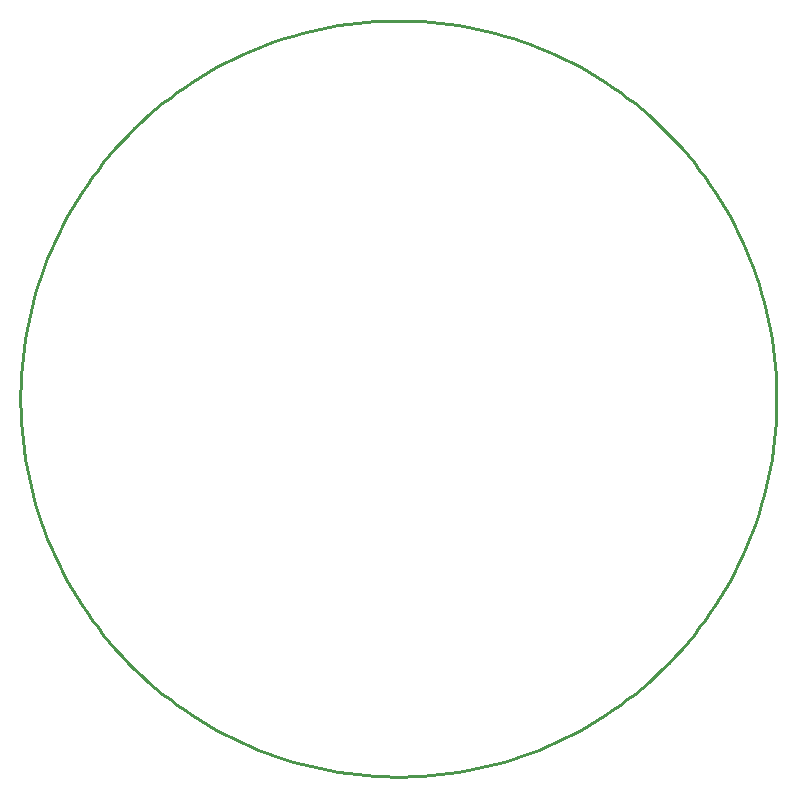
<source format=gbr>
G04 EAGLE Gerber RS-274X export*
G75*
%MOMM*%
%FSLAX34Y34*%
%LPD*%
%IN*%
%IPPOS*%
%AMOC8*
5,1,8,0,0,1.08239X$1,22.5*%
G01*
G04 Define Apertures*
%ADD10C,0.254000*%
D10*
X320000Y-3927D02*
X320000Y3927D01*
X319807Y11779D01*
X319422Y19624D01*
X318844Y27457D01*
X318074Y35274D01*
X317113Y43069D01*
X315960Y50838D01*
X314617Y58577D01*
X313085Y66281D01*
X311364Y73944D01*
X309456Y81563D01*
X307361Y89133D01*
X305081Y96649D01*
X302617Y104107D01*
X299971Y111502D01*
X297144Y118830D01*
X294139Y126087D01*
X290956Y133268D01*
X287598Y140368D01*
X284066Y147384D01*
X280364Y154310D01*
X276492Y161144D01*
X272454Y167881D01*
X268252Y174517D01*
X263888Y181048D01*
X259366Y187469D01*
X254687Y193778D01*
X249855Y199970D01*
X244872Y206042D01*
X239742Y211989D01*
X234467Y217809D01*
X229051Y223497D01*
X223497Y229051D01*
X217809Y234467D01*
X211989Y239742D01*
X206042Y244872D01*
X199970Y249855D01*
X193778Y254687D01*
X187469Y259366D01*
X181048Y263888D01*
X174517Y268252D01*
X167881Y272454D01*
X161144Y276492D01*
X154310Y280364D01*
X147384Y284066D01*
X140368Y287598D01*
X133268Y290956D01*
X126087Y294139D01*
X118830Y297144D01*
X111502Y299971D01*
X104107Y302617D01*
X96649Y305081D01*
X89133Y307361D01*
X81563Y309456D01*
X73944Y311364D01*
X66281Y313085D01*
X58577Y314617D01*
X50838Y315960D01*
X43069Y317113D01*
X35274Y318074D01*
X27457Y318844D01*
X19624Y319422D01*
X11779Y319807D01*
X3927Y320000D01*
X-3927Y320000D01*
X-11779Y319807D01*
X-19624Y319422D01*
X-27457Y318844D01*
X-35274Y318074D01*
X-43069Y317113D01*
X-50838Y315960D01*
X-58577Y314617D01*
X-66281Y313085D01*
X-73944Y311364D01*
X-81563Y309456D01*
X-89133Y307361D01*
X-96649Y305081D01*
X-104107Y302617D01*
X-111502Y299971D01*
X-118830Y297144D01*
X-126087Y294139D01*
X-133268Y290956D01*
X-140368Y287598D01*
X-147384Y284066D01*
X-154310Y280364D01*
X-161144Y276492D01*
X-167881Y272454D01*
X-174517Y268252D01*
X-181048Y263888D01*
X-187469Y259366D01*
X-193778Y254687D01*
X-199970Y249855D01*
X-206042Y244872D01*
X-211989Y239742D01*
X-217809Y234467D01*
X-223497Y229051D01*
X-229051Y223497D01*
X-234467Y217809D01*
X-239742Y211989D01*
X-244872Y206042D01*
X-249855Y199970D01*
X-254687Y193778D01*
X-259366Y187469D01*
X-263888Y181048D01*
X-268252Y174517D01*
X-272454Y167881D01*
X-276492Y161144D01*
X-280364Y154310D01*
X-284066Y147384D01*
X-287598Y140368D01*
X-290956Y133268D01*
X-294139Y126087D01*
X-297144Y118830D01*
X-299971Y111502D01*
X-302617Y104107D01*
X-305081Y96649D01*
X-307361Y89133D01*
X-309456Y81563D01*
X-311364Y73944D01*
X-313085Y66281D01*
X-314617Y58577D01*
X-315960Y50838D01*
X-317113Y43069D01*
X-318074Y35274D01*
X-318844Y27457D01*
X-319422Y19624D01*
X-319807Y11779D01*
X-320000Y3927D01*
X-320000Y-3927D01*
X-319807Y-11779D01*
X-319422Y-19624D01*
X-318844Y-27457D01*
X-318074Y-35274D01*
X-317113Y-43069D01*
X-315960Y-50838D01*
X-314617Y-58577D01*
X-313085Y-66281D01*
X-311364Y-73944D01*
X-309456Y-81563D01*
X-307361Y-89133D01*
X-305081Y-96649D01*
X-302617Y-104107D01*
X-299971Y-111502D01*
X-297144Y-118830D01*
X-294139Y-126087D01*
X-290956Y-133268D01*
X-287598Y-140368D01*
X-284066Y-147384D01*
X-280364Y-154310D01*
X-276492Y-161144D01*
X-272454Y-167881D01*
X-268252Y-174517D01*
X-263888Y-181048D01*
X-259366Y-187469D01*
X-254687Y-193778D01*
X-249855Y-199970D01*
X-244872Y-206042D01*
X-239742Y-211989D01*
X-234467Y-217809D01*
X-229051Y-223497D01*
X-223497Y-229051D01*
X-217809Y-234467D01*
X-211989Y-239742D01*
X-206042Y-244872D01*
X-199970Y-249855D01*
X-193778Y-254687D01*
X-187469Y-259366D01*
X-181048Y-263888D01*
X-174517Y-268252D01*
X-167881Y-272454D01*
X-161144Y-276492D01*
X-154310Y-280364D01*
X-147384Y-284066D01*
X-140368Y-287598D01*
X-133268Y-290956D01*
X-126087Y-294139D01*
X-118830Y-297144D01*
X-111502Y-299971D01*
X-104107Y-302617D01*
X-96649Y-305081D01*
X-89133Y-307361D01*
X-81563Y-309456D01*
X-73944Y-311364D01*
X-66281Y-313085D01*
X-58577Y-314617D01*
X-50838Y-315960D01*
X-43069Y-317113D01*
X-35274Y-318074D01*
X-27457Y-318844D01*
X-19624Y-319422D01*
X-11779Y-319807D01*
X-3927Y-320000D01*
X3927Y-320000D01*
X11779Y-319807D01*
X19624Y-319422D01*
X27457Y-318844D01*
X35274Y-318074D01*
X43069Y-317113D01*
X50838Y-315960D01*
X58577Y-314617D01*
X66281Y-313085D01*
X73944Y-311364D01*
X81563Y-309456D01*
X89133Y-307361D01*
X96649Y-305081D01*
X104107Y-302617D01*
X111502Y-299971D01*
X118830Y-297144D01*
X126087Y-294139D01*
X133268Y-290956D01*
X140368Y-287598D01*
X147384Y-284066D01*
X154310Y-280364D01*
X161144Y-276492D01*
X167881Y-272454D01*
X174517Y-268252D01*
X181048Y-263888D01*
X187469Y-259366D01*
X193778Y-254687D01*
X199970Y-249855D01*
X206042Y-244872D01*
X211989Y-239742D01*
X217809Y-234467D01*
X223497Y-229051D01*
X229051Y-223497D01*
X234467Y-217809D01*
X239742Y-211989D01*
X244872Y-206042D01*
X249855Y-199970D01*
X254687Y-193778D01*
X259366Y-187469D01*
X263888Y-181048D01*
X268252Y-174517D01*
X272454Y-167881D01*
X276492Y-161144D01*
X280364Y-154310D01*
X284066Y-147384D01*
X287598Y-140368D01*
X290956Y-133268D01*
X294139Y-126087D01*
X297144Y-118830D01*
X299971Y-111502D01*
X302617Y-104107D01*
X305081Y-96649D01*
X307361Y-89133D01*
X309456Y-81563D01*
X311364Y-73944D01*
X313085Y-66281D01*
X314617Y-58577D01*
X315960Y-50838D01*
X317113Y-43069D01*
X318074Y-35274D01*
X318844Y-27457D01*
X319422Y-19624D01*
X319807Y-11779D01*
X320000Y-3927D01*
M02*

</source>
